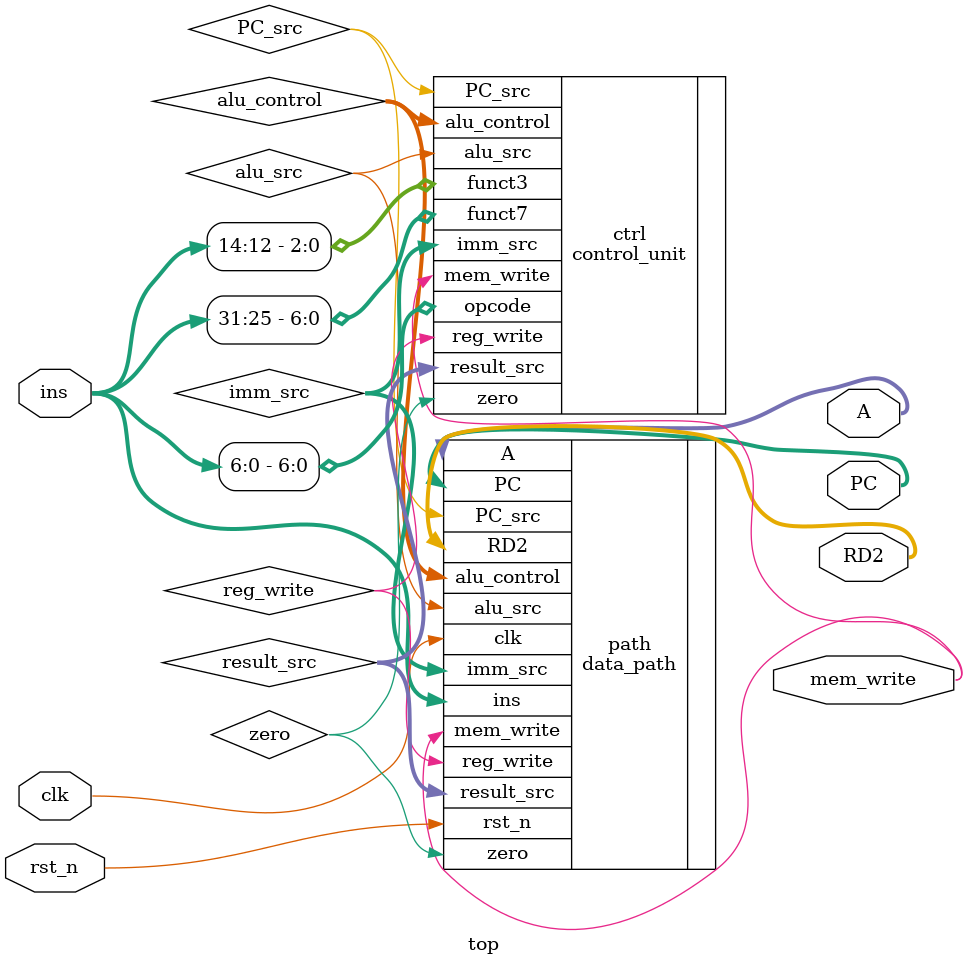
<source format=v>
module top (
	input clk,    // Clock
	input rst_n,  // Asynchronous reset active low
	input [31:0] ins,
	
	output [31:0] PC,
	output [31:0] A,
	output [31:0] RD2,
	output mem_write
);

wire zero;
wire PC_src;
wire [1:0] imm_src;
wire [1:0] result_src;
wire [2:0] alu_control;
wire alu_src;
wire reg_write;

control_unit ctrl(.zero(zero),
					.PC_src     (PC_src),
					.imm_src    (imm_src),
					.mem_write  (mem_write),
					.opcode     (ins[6:0]),
					.funct3     (ins[14:12]),
					.funct7     (ins[31:25]),
					.result_src (result_src),
					.alu_control(alu_control),
					.alu_src    (alu_src),
					.reg_write  (reg_write));

data_path path(.clk(clk),
				.rst_n      (rst_n),
				.PC_src     (PC_src),
				.imm_src    (imm_src),
				.mem_write  (mem_write),
				.PC         (PC),
				.alu_src    (alu_src),
				.reg_write  (reg_write),
				.alu_control(alu_control),
				.result_src (result_src),
				.A          (A),
				.RD2        (RD2),
				.ins        (ins),
				.zero       (zero));

endmodule 
</source>
